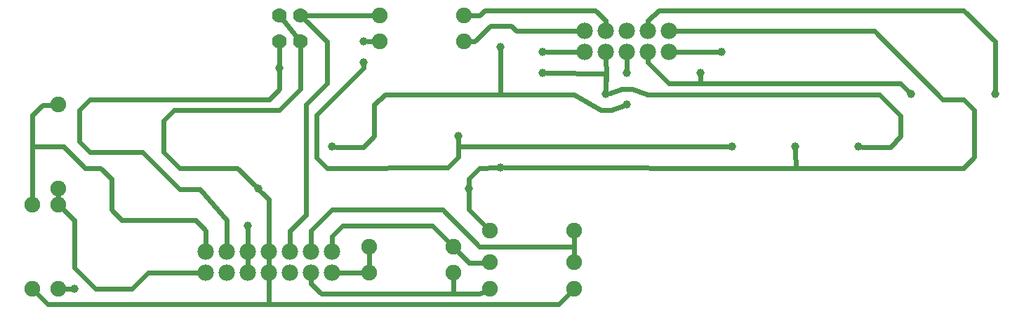
<source format=gtl>
G04 MADE WITH FRITZING*
G04 WWW.FRITZING.ORG*
G04 DOUBLE SIDED*
G04 HOLES PLATED*
G04 CONTOUR ON CENTER OF CONTOUR VECTOR*
%ASAXBY*%
%FSLAX23Y23*%
%MOIN*%
%OFA0B0*%
%SFA1.0B1.0*%
%ADD10C,0.078000*%
%ADD11C,0.039370*%
%ADD12C,0.075000*%
%ADD13C,0.070000*%
%ADD14C,0.024000*%
%LNCOPPER1*%
G90*
G70*
G54D10*
X2711Y1347D03*
X2811Y1347D03*
X2911Y1347D03*
X3011Y1347D03*
X3111Y1347D03*
X2711Y1347D03*
X2811Y1347D03*
X2911Y1347D03*
X3011Y1347D03*
X3111Y1347D03*
X3111Y1247D03*
X3011Y1247D03*
X2911Y1247D03*
X2811Y1247D03*
X2711Y1247D03*
X2711Y1347D03*
X2811Y1347D03*
X2911Y1347D03*
X3011Y1347D03*
X3111Y1347D03*
X2711Y1347D03*
X2811Y1347D03*
X2911Y1347D03*
X3011Y1347D03*
X3111Y1347D03*
X3111Y1247D03*
X3011Y1247D03*
X2911Y1247D03*
X2811Y1247D03*
X2711Y1247D03*
G54D11*
X1161Y597D03*
X1261Y1172D03*
X1661Y1297D03*
X286Y122D03*
X1111Y422D03*
G54D10*
X911Y297D03*
X1011Y297D03*
X1111Y297D03*
X1211Y297D03*
X1311Y297D03*
X1411Y297D03*
X1511Y297D03*
X911Y297D03*
X1011Y297D03*
X1111Y297D03*
X1211Y297D03*
X1311Y297D03*
X1411Y297D03*
X1511Y297D03*
X1511Y197D03*
X1411Y197D03*
X1311Y197D03*
X1211Y197D03*
X1111Y197D03*
X1011Y197D03*
X911Y197D03*
X911Y297D03*
X1011Y297D03*
X1111Y297D03*
X1211Y297D03*
X1311Y297D03*
X1411Y297D03*
X1511Y297D03*
X911Y297D03*
X1011Y297D03*
X1111Y297D03*
X1211Y297D03*
X1311Y297D03*
X1411Y297D03*
X1511Y297D03*
X1511Y197D03*
X1411Y197D03*
X1311Y197D03*
X1211Y197D03*
X1111Y197D03*
X1011Y197D03*
X911Y197D03*
G54D12*
X2136Y1422D03*
X1736Y1422D03*
X2136Y1422D03*
X1736Y1422D03*
X2136Y1297D03*
X1736Y1297D03*
X2136Y1297D03*
X1736Y1297D03*
G54D13*
X1361Y1297D03*
X1261Y1297D03*
X1361Y1297D03*
X1261Y1297D03*
X1261Y1422D03*
X1361Y1422D03*
X1261Y1422D03*
X1361Y1422D03*
G54D12*
X211Y122D03*
X211Y522D03*
X211Y122D03*
X211Y522D03*
X211Y597D03*
X211Y997D03*
X211Y597D03*
X211Y997D03*
X86Y522D03*
X86Y122D03*
X86Y522D03*
X86Y122D03*
X2261Y122D03*
X2661Y122D03*
X2261Y122D03*
X2661Y122D03*
X1686Y197D03*
X2086Y197D03*
X1686Y197D03*
X2086Y197D03*
X2086Y322D03*
X1686Y322D03*
X2086Y322D03*
X1686Y322D03*
X2661Y247D03*
X2261Y247D03*
X2661Y247D03*
X2261Y247D03*
X2261Y397D03*
X2661Y397D03*
X2261Y397D03*
X2661Y397D03*
G54D11*
X2811Y1047D03*
X4011Y797D03*
X2911Y997D03*
X4261Y1047D03*
X1511Y797D03*
X2111Y847D03*
X1661Y1197D03*
X3411Y797D03*
X2311Y697D03*
X2161Y597D03*
X3711Y797D03*
X2511Y1147D03*
X4661Y1047D03*
X3361Y1247D03*
X2311Y1272D03*
X3261Y1147D03*
X2511Y1247D03*
X2911Y1147D03*
G54D14*
X2811Y1397D02*
X2759Y1445D01*
D02*
X2211Y1421D02*
X2164Y1421D01*
D02*
X2237Y1446D02*
X2211Y1421D01*
D02*
X2811Y1377D02*
X2811Y1397D01*
D02*
X2759Y1445D02*
X2237Y1446D01*
D02*
X2386Y1347D02*
X2359Y1371D01*
D02*
X1344Y1317D02*
X1277Y1401D01*
D02*
X1707Y1422D02*
X1387Y1422D01*
D02*
X1707Y1297D02*
X1680Y1297D01*
D02*
X1261Y1271D02*
X1261Y1191D01*
D02*
X2681Y1347D02*
X2386Y1347D01*
D02*
X2359Y1371D02*
X2262Y1371D01*
D02*
X2186Y1298D02*
X2164Y1297D01*
D02*
X2262Y1371D02*
X2186Y1298D01*
D02*
X87Y948D02*
X86Y550D01*
D02*
X137Y995D02*
X87Y948D01*
D02*
X2161Y497D02*
X2241Y417D01*
D02*
X2161Y578D02*
X2161Y497D01*
D02*
X182Y996D02*
X137Y995D01*
D02*
X211Y550D02*
X211Y568D01*
D02*
X2211Y97D02*
X2085Y97D01*
D02*
X2085Y97D02*
X2086Y168D01*
D02*
X2161Y245D02*
X2232Y246D01*
D02*
X2235Y109D02*
X2211Y97D01*
D02*
X2106Y301D02*
X2161Y245D01*
D02*
X2661Y275D02*
X2661Y368D01*
D02*
X1686Y225D02*
X1686Y293D01*
D02*
X1360Y1071D02*
X1361Y1271D01*
D02*
X787Y696D02*
X711Y772D01*
D02*
X711Y923D02*
X761Y970D01*
D02*
X1259Y970D02*
X1360Y1071D01*
D02*
X761Y970D02*
X1259Y970D01*
D02*
X711Y772D02*
X711Y923D01*
D02*
X1061Y696D02*
X787Y696D01*
D02*
X1147Y610D02*
X1061Y696D01*
D02*
X635Y197D02*
X561Y123D01*
D02*
X909Y397D02*
X910Y327D01*
D02*
X87Y797D02*
X235Y797D01*
D02*
X285Y447D02*
X231Y501D01*
D02*
X285Y223D02*
X285Y447D01*
D02*
X462Y497D02*
X509Y447D01*
D02*
X862Y447D02*
X909Y397D01*
D02*
X881Y197D02*
X635Y197D01*
D02*
X561Y123D02*
X386Y122D01*
D02*
X411Y696D02*
X462Y646D01*
D02*
X235Y797D02*
X336Y696D01*
D02*
X509Y447D02*
X862Y447D01*
D02*
X386Y122D02*
X285Y223D01*
D02*
X86Y550D02*
X87Y797D01*
D02*
X462Y646D02*
X462Y497D01*
D02*
X336Y696D02*
X411Y696D01*
D02*
X1260Y1153D02*
X1259Y1071D01*
D02*
X1212Y1021D02*
X361Y1021D01*
D02*
X267Y122D02*
X239Y122D01*
D02*
X361Y1021D02*
X311Y970D01*
D02*
X311Y822D02*
X361Y772D01*
D02*
X610Y772D02*
X787Y595D01*
D02*
X787Y595D02*
X884Y595D01*
D02*
X884Y595D02*
X1010Y447D01*
D02*
X361Y772D02*
X610Y772D01*
D02*
X311Y970D02*
X311Y822D01*
D02*
X1259Y1071D02*
X1212Y1021D01*
D02*
X1111Y267D02*
X1111Y227D01*
D02*
X2066Y342D02*
X1987Y423D01*
D02*
X1211Y267D02*
X1211Y227D01*
D02*
X1561Y423D02*
X1509Y371D01*
D02*
X1509Y371D02*
X1510Y327D01*
D02*
X1987Y423D02*
X1561Y423D01*
D02*
X1010Y447D02*
X1011Y327D01*
D02*
X1210Y327D02*
X1209Y549D01*
D02*
X1541Y197D02*
X1657Y197D01*
D02*
X1487Y1297D02*
X1487Y1097D01*
D02*
X1379Y1403D02*
X1487Y1297D01*
D02*
X1410Y327D02*
X1409Y397D01*
D02*
X1409Y145D02*
X1410Y167D01*
D02*
X2086Y168D02*
X2087Y97D01*
D02*
X2587Y49D02*
X1209Y49D01*
D02*
X1209Y49D02*
X1210Y167D01*
D02*
X2640Y102D02*
X2587Y49D01*
D02*
X161Y49D02*
X1209Y49D01*
D02*
X1209Y49D02*
X1210Y167D01*
D02*
X106Y102D02*
X161Y49D01*
D02*
X1209Y549D02*
X1174Y583D01*
D02*
X1309Y397D02*
X1310Y327D01*
D02*
X1387Y471D02*
X1309Y397D01*
D02*
X1387Y997D02*
X1387Y471D01*
D02*
X1487Y1097D02*
X1387Y997D01*
D02*
X1461Y97D02*
X1409Y145D01*
D02*
X2087Y97D02*
X1461Y97D01*
D02*
X1409Y397D02*
X1509Y497D01*
D02*
X1509Y497D02*
X2035Y497D01*
D02*
X2035Y497D02*
X2209Y323D01*
D02*
X2209Y323D02*
X2661Y323D01*
D02*
X2661Y323D02*
X2661Y275D01*
D02*
X1111Y327D02*
X1111Y403D01*
D02*
X2813Y1145D02*
X2811Y1066D01*
D02*
X2811Y1217D02*
X2813Y1145D01*
D02*
X3342Y1247D02*
X3211Y1247D01*
D02*
X3211Y1247D02*
X3141Y1247D01*
D02*
X2530Y1247D02*
X2711Y1247D01*
D02*
X2911Y1217D02*
X2911Y1166D01*
D02*
X4209Y945D02*
X4109Y1045D01*
D02*
X4210Y847D02*
X4209Y945D01*
D02*
X4163Y795D02*
X4210Y847D01*
D02*
X4030Y796D02*
X4163Y795D01*
D02*
X2936Y1071D02*
X2886Y1071D01*
D02*
X3010Y1046D02*
X2936Y1071D01*
D02*
X2886Y1071D02*
X2829Y1053D01*
D02*
X4109Y1045D02*
X3010Y1046D01*
D02*
X2109Y795D02*
X2111Y797D01*
D02*
X2110Y828D02*
X2109Y795D01*
D02*
X2111Y747D02*
X2061Y697D01*
D02*
X2061Y697D02*
X1486Y696D01*
D02*
X2111Y797D02*
X2111Y747D01*
D02*
X1486Y696D02*
X1436Y746D01*
D02*
X1660Y1172D02*
X1660Y1178D01*
D02*
X1436Y948D02*
X1660Y1172D01*
D02*
X1436Y746D02*
X1436Y948D01*
D02*
X3392Y797D02*
X2111Y797D01*
D02*
X2211Y696D02*
X2161Y646D01*
D02*
X2161Y646D02*
X2161Y616D01*
D02*
X2292Y697D02*
X2211Y696D01*
D02*
X2811Y1146D02*
X2530Y1147D01*
D02*
X2811Y1066D02*
X2811Y1146D01*
D02*
X3261Y1097D02*
X4209Y1097D01*
D02*
X3261Y1128D02*
X3261Y1097D01*
D02*
X4209Y1097D02*
X4247Y1060D01*
D02*
X4509Y1445D02*
X4661Y1297D01*
D02*
X4661Y1297D02*
X4661Y1066D01*
D02*
X3011Y1397D02*
X3062Y1445D01*
D02*
X3011Y1377D02*
X3011Y1397D01*
D02*
X3062Y1445D02*
X4509Y1445D01*
D02*
X3261Y1097D02*
X3261Y1128D01*
D02*
X3011Y1197D02*
X3111Y1097D01*
D02*
X3111Y1097D02*
X3261Y1097D01*
D02*
X3011Y1217D02*
X3011Y1197D01*
D02*
X1711Y847D02*
X1711Y998D01*
D02*
X2309Y1046D02*
X2311Y1253D01*
D02*
X1711Y998D02*
X1763Y1046D01*
D02*
X1530Y796D02*
X1659Y795D01*
D02*
X1763Y1046D02*
X2309Y1046D01*
D02*
X1659Y795D02*
X1711Y847D01*
D02*
X2785Y970D02*
X2660Y1046D01*
D02*
X2660Y1046D02*
X2309Y1046D01*
D02*
X2309Y1046D02*
X2311Y1253D01*
D02*
X2835Y970D02*
X2785Y970D01*
D02*
X2893Y990D02*
X2835Y970D01*
D02*
X3712Y695D02*
X3711Y778D01*
D02*
X4509Y695D02*
X3712Y695D01*
D02*
X4561Y747D02*
X4509Y695D01*
D02*
X4086Y1347D02*
X4409Y1023D01*
D02*
X4409Y1023D02*
X4509Y1023D01*
D02*
X4509Y1023D02*
X4561Y971D01*
D02*
X3141Y1347D02*
X4086Y1347D01*
D02*
X4561Y971D02*
X4561Y747D01*
D02*
X3712Y695D02*
X2330Y697D01*
D02*
X3711Y778D02*
X3712Y695D01*
G04 End of Copper1*
M02*
</source>
